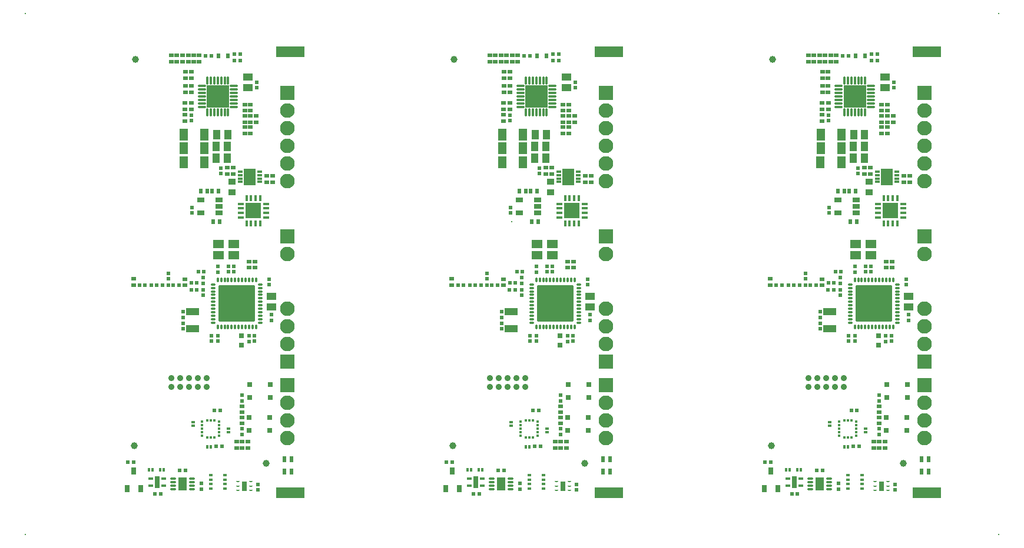
<source format=gts>
G04*
G04 #@! TF.GenerationSoftware,Altium Limited,Altium NEXUS,2.0.14 (187)*
G04*
G04 Layer_Color=8388736*
%FSLAX44Y44*%
%MOMM*%
G71*
G01*
G75*
%ADD10C,0.5000*%
%ADD18R,0.6000X0.8000*%
%ADD35R,0.6500X1.3500*%
G04:AMPARAMS|DCode=36|XSize=0.5mm|YSize=0.25mm|CornerRadius=0.125mm|HoleSize=0mm|Usage=FLASHONLY|Rotation=180.000|XOffset=0mm|YOffset=0mm|HoleType=Round|Shape=RoundedRectangle|*
%AMROUNDEDRECTD36*
21,1,0.5000,0.0000,0,0,180.0*
21,1,0.2500,0.2500,0,0,180.0*
1,1,0.2500,-0.1250,0.0000*
1,1,0.2500,0.1250,0.0000*
1,1,0.2500,0.1250,0.0000*
1,1,0.2500,-0.1250,0.0000*
%
%ADD36ROUNDEDRECTD36*%
%ADD48R,0.5000X0.3500*%
%ADD49R,0.4500X0.3500*%
%ADD50R,0.3500X0.4500*%
%ADD77C,1.0000*%
%ADD78R,0.3820X0.5320*%
%ADD79R,1.1020X0.8020*%
%ADD80R,0.6520X0.5520*%
%ADD81R,0.6220X0.6220*%
%ADD82R,0.6220X0.6220*%
%ADD83R,0.5920X0.6220*%
%ADD84R,0.6220X0.5920*%
%ADD85R,1.4720X1.0720*%
%ADD86R,1.2520X1.7520*%
%ADD87R,1.0520X1.4520*%
%ADD88R,0.5520X0.6520*%
%ADD89R,1.1020X0.8520*%
%ADD90R,1.7520X2.4820*%
%ADD91R,0.8020X0.3520*%
%ADD92R,2.2020X2.2020*%
%ADD93O,0.4020X0.9520*%
%ADD94O,0.9520X0.4020*%
%ADD95R,0.6020X0.9520*%
%ADD96R,0.8020X0.7520*%
%ADD97R,0.5320X0.3820*%
%ADD98R,0.8020X1.1020*%
%ADD99R,1.2020X1.9020*%
%ADD100O,0.9020X0.3520*%
%ADD101R,4.1020X1.6020*%
%ADD102C,0.9020*%
%ADD103R,0.7520X0.8020*%
G04:AMPARAMS|DCode=104|XSize=5.252mm|YSize=5.252mm|CornerRadius=0.1025mm|HoleSize=0mm|Usage=FLASHONLY|Rotation=360.000|XOffset=0mm|YOffset=0mm|HoleType=Round|Shape=RoundedRectangle|*
%AMROUNDEDRECTD104*
21,1,5.2520,5.0470,0,0,360.0*
21,1,5.0470,5.2520,0,0,360.0*
1,1,0.2050,2.5235,-2.5235*
1,1,0.2050,-2.5235,-2.5235*
1,1,0.2050,-2.5235,2.5235*
1,1,0.2050,2.5235,2.5235*
%
%ADD104ROUNDEDRECTD104*%
G04:AMPARAMS|DCode=105|XSize=0.342mm|YSize=0.702mm|CornerRadius=0.1014mm|HoleSize=0mm|Usage=FLASHONLY|Rotation=360.000|XOffset=0mm|YOffset=0mm|HoleType=Round|Shape=RoundedRectangle|*
%AMROUNDEDRECTD105*
21,1,0.3420,0.4992,0,0,360.0*
21,1,0.1392,0.7020,0,0,360.0*
1,1,0.2028,0.0696,-0.2496*
1,1,0.2028,-0.0696,-0.2496*
1,1,0.2028,-0.0696,0.2496*
1,1,0.2028,0.0696,0.2496*
%
%ADD105ROUNDEDRECTD105*%
G04:AMPARAMS|DCode=106|XSize=0.342mm|YSize=0.702mm|CornerRadius=0.1014mm|HoleSize=0mm|Usage=FLASHONLY|Rotation=90.000|XOffset=0mm|YOffset=0mm|HoleType=Round|Shape=RoundedRectangle|*
%AMROUNDEDRECTD106*
21,1,0.3420,0.4992,0,0,90.0*
21,1,0.1392,0.7020,0,0,90.0*
1,1,0.2028,0.2496,0.0696*
1,1,0.2028,0.2496,-0.0696*
1,1,0.2028,-0.2496,-0.0696*
1,1,0.2028,-0.2496,0.0696*
%
%ADD106ROUNDEDRECTD106*%
%ADD107R,0.7020X0.4520*%
%ADD108R,0.7520X1.8020*%
%ADD109R,3.2520X3.2520*%
%ADD110O,1.1520X0.4020*%
%ADD111O,0.4020X1.1520*%
%ADD112R,1.5020X1.2520*%
%ADD113R,1.9020X1.1020*%
%ADD114C,0.2000*%
%ADD115R,0.1020X0.1020*%
%ADD116R,0.1020X0.1020*%
%ADD117R,2.1020X2.1020*%
%ADD118C,2.1020*%
%ADD119C,0.1020*%
%ADD120C,0.6020*%
D10*
X1281500Y123250D02*
D03*
Y115250D02*
D03*
X823500Y123250D02*
D03*
Y115250D02*
D03*
X365500Y123250D02*
D03*
Y115250D02*
D03*
D18*
X1244000Y739000D02*
D03*
X1258000D02*
D03*
X786000D02*
D03*
X800000D02*
D03*
X328000D02*
D03*
X342000D02*
D03*
D35*
X1281500Y119250D02*
D03*
X823500D02*
D03*
X365500D02*
D03*
D36*
X1272000Y112750D02*
D03*
Y119250D02*
D03*
Y125750D02*
D03*
X1291000D02*
D03*
Y119250D02*
D03*
Y112750D02*
D03*
X814000D02*
D03*
Y119250D02*
D03*
Y125750D02*
D03*
X833000D02*
D03*
Y119250D02*
D03*
Y112750D02*
D03*
X356000D02*
D03*
Y119250D02*
D03*
Y125750D02*
D03*
X375000D02*
D03*
Y119250D02*
D03*
Y112750D02*
D03*
D48*
X1232750Y115750D02*
D03*
Y122250D02*
D03*
Y128750D02*
D03*
Y135250D02*
D03*
X1253250D02*
D03*
Y128750D02*
D03*
Y122250D02*
D03*
Y115750D02*
D03*
X774750D02*
D03*
Y122250D02*
D03*
Y128750D02*
D03*
Y135250D02*
D03*
X795250D02*
D03*
Y128750D02*
D03*
Y122250D02*
D03*
Y115750D02*
D03*
X316750D02*
D03*
Y122250D02*
D03*
Y128750D02*
D03*
Y135250D02*
D03*
X337250D02*
D03*
Y128750D02*
D03*
Y122250D02*
D03*
Y115750D02*
D03*
D49*
X1220750Y212000D02*
D03*
Y207000D02*
D03*
Y202000D02*
D03*
Y197000D02*
D03*
Y192000D02*
D03*
X1245250D02*
D03*
Y197000D02*
D03*
Y202000D02*
D03*
Y207000D02*
D03*
Y212000D02*
D03*
X762750D02*
D03*
Y207000D02*
D03*
Y202000D02*
D03*
Y197000D02*
D03*
Y192000D02*
D03*
X787250D02*
D03*
Y197000D02*
D03*
Y202000D02*
D03*
Y207000D02*
D03*
Y212000D02*
D03*
X304750D02*
D03*
Y207000D02*
D03*
Y202000D02*
D03*
Y197000D02*
D03*
Y192000D02*
D03*
X329250D02*
D03*
Y197000D02*
D03*
Y202000D02*
D03*
Y207000D02*
D03*
Y212000D02*
D03*
D50*
X1228000Y189750D02*
D03*
X1233000D02*
D03*
X1238000D02*
D03*
Y214250D02*
D03*
X1233000D02*
D03*
X1228000D02*
D03*
X770000Y189750D02*
D03*
X775000D02*
D03*
X780000D02*
D03*
Y214250D02*
D03*
X775000D02*
D03*
X770000D02*
D03*
X312000Y189750D02*
D03*
X317000D02*
D03*
X322000D02*
D03*
Y214250D02*
D03*
X317000D02*
D03*
X312000D02*
D03*
D77*
X1125000Y734000D02*
D03*
X1122929Y177500D02*
D03*
X1312929Y152500D02*
D03*
X667000Y734000D02*
D03*
X664929Y177500D02*
D03*
X854929Y152500D02*
D03*
X209000Y734000D02*
D03*
X206929Y177500D02*
D03*
X396929Y152500D02*
D03*
D78*
X1165550Y142500D02*
D03*
X1160450D02*
D03*
X1144450Y142750D02*
D03*
X1149550D02*
D03*
X1228200Y176000D02*
D03*
X1233300D02*
D03*
X707550Y142500D02*
D03*
X702450D02*
D03*
X686450Y142750D02*
D03*
X691550D02*
D03*
X770200Y176000D02*
D03*
X775300D02*
D03*
X249550Y142500D02*
D03*
X244450D02*
D03*
X228450Y142750D02*
D03*
X233550D02*
D03*
X312200Y176000D02*
D03*
X317300D02*
D03*
D79*
X1219000Y512750D02*
D03*
Y531750D02*
D03*
X1245000D02*
D03*
Y522250D02*
D03*
Y512750D02*
D03*
X761000Y512750D02*
D03*
Y531750D02*
D03*
X787000D02*
D03*
Y522250D02*
D03*
Y512750D02*
D03*
X303000Y512750D02*
D03*
Y531750D02*
D03*
X329000D02*
D03*
Y522250D02*
D03*
Y512750D02*
D03*
D80*
X1121750Y418000D02*
D03*
Y409000D02*
D03*
X1195750Y417500D02*
D03*
Y408500D02*
D03*
X1204750Y715750D02*
D03*
Y706750D02*
D03*
X1196500Y715750D02*
D03*
Y706750D02*
D03*
X1204750Y686750D02*
D03*
Y695750D02*
D03*
X1196500Y686750D02*
D03*
Y695750D02*
D03*
X1205000Y671000D02*
D03*
Y662000D02*
D03*
X1196000Y671000D02*
D03*
Y662000D02*
D03*
Y654000D02*
D03*
Y645000D02*
D03*
X1176250Y730500D02*
D03*
Y739500D02*
D03*
X1184250Y739500D02*
D03*
Y730500D02*
D03*
X1192250D02*
D03*
Y739500D02*
D03*
X1200500Y739500D02*
D03*
Y730500D02*
D03*
X1208500Y739500D02*
D03*
Y730500D02*
D03*
X1216500Y730500D02*
D03*
Y739500D02*
D03*
X1290000Y659750D02*
D03*
Y668750D02*
D03*
X1281750Y668750D02*
D03*
Y659750D02*
D03*
X1281750Y652474D02*
D03*
Y643474D02*
D03*
X1290000Y643500D02*
D03*
Y652500D02*
D03*
X1298000Y652500D02*
D03*
Y643500D02*
D03*
X1281750Y636250D02*
D03*
Y627250D02*
D03*
X1289750Y636250D02*
D03*
Y627250D02*
D03*
X1256750Y578000D02*
D03*
Y569000D02*
D03*
X1265500Y578000D02*
D03*
Y569000D02*
D03*
X1313250Y557000D02*
D03*
Y566000D02*
D03*
X1322000Y566000D02*
D03*
Y557000D02*
D03*
X1278250Y234500D02*
D03*
Y225500D02*
D03*
Y209500D02*
D03*
Y218500D02*
D03*
X1270250Y183500D02*
D03*
Y174500D02*
D03*
X1278250Y183500D02*
D03*
Y174500D02*
D03*
X1286250Y183500D02*
D03*
Y174500D02*
D03*
X1296663Y433807D02*
D03*
Y442808D02*
D03*
X1288500Y433728D02*
D03*
Y442728D02*
D03*
X663750Y418000D02*
D03*
Y409000D02*
D03*
X737750Y417500D02*
D03*
Y408500D02*
D03*
X746750Y715750D02*
D03*
Y706750D02*
D03*
X738500Y715750D02*
D03*
Y706750D02*
D03*
X746750Y686750D02*
D03*
Y695750D02*
D03*
X738500Y686750D02*
D03*
Y695750D02*
D03*
X747000Y671000D02*
D03*
Y662000D02*
D03*
X738000Y671000D02*
D03*
Y662000D02*
D03*
Y654000D02*
D03*
Y645000D02*
D03*
X718250Y730500D02*
D03*
Y739500D02*
D03*
X726250Y739500D02*
D03*
Y730500D02*
D03*
X734250D02*
D03*
Y739500D02*
D03*
X742500Y739500D02*
D03*
Y730500D02*
D03*
X750500Y739500D02*
D03*
Y730500D02*
D03*
X758500Y730500D02*
D03*
Y739500D02*
D03*
X832000Y659750D02*
D03*
Y668750D02*
D03*
X823750Y668750D02*
D03*
Y659750D02*
D03*
X823750Y652474D02*
D03*
Y643474D02*
D03*
X832000Y643500D02*
D03*
Y652500D02*
D03*
X840000Y652500D02*
D03*
Y643500D02*
D03*
X823750Y636250D02*
D03*
Y627250D02*
D03*
X831750Y636250D02*
D03*
Y627250D02*
D03*
X798750Y578000D02*
D03*
Y569000D02*
D03*
X807500Y578000D02*
D03*
Y569000D02*
D03*
X855250Y557000D02*
D03*
Y566000D02*
D03*
X864000Y566000D02*
D03*
Y557000D02*
D03*
X820250Y234500D02*
D03*
Y225500D02*
D03*
Y209500D02*
D03*
Y218500D02*
D03*
X812250Y183500D02*
D03*
Y174500D02*
D03*
X820250Y183500D02*
D03*
Y174500D02*
D03*
X828250Y183500D02*
D03*
Y174500D02*
D03*
X838663Y433807D02*
D03*
Y442808D02*
D03*
X830500Y433728D02*
D03*
Y442728D02*
D03*
X205750Y418000D02*
D03*
Y409000D02*
D03*
X279750Y417500D02*
D03*
Y408500D02*
D03*
X288750Y715750D02*
D03*
Y706750D02*
D03*
X280500Y715750D02*
D03*
Y706750D02*
D03*
X288750Y686750D02*
D03*
Y695750D02*
D03*
X280500Y686750D02*
D03*
Y695750D02*
D03*
X289000Y671000D02*
D03*
Y662000D02*
D03*
X280000Y671000D02*
D03*
Y662000D02*
D03*
Y654000D02*
D03*
Y645000D02*
D03*
X260250Y730500D02*
D03*
Y739500D02*
D03*
X268250Y739500D02*
D03*
Y730500D02*
D03*
X276250D02*
D03*
Y739500D02*
D03*
X284500Y739500D02*
D03*
Y730500D02*
D03*
X292500Y739500D02*
D03*
Y730500D02*
D03*
X300500Y730500D02*
D03*
Y739500D02*
D03*
X374000Y659750D02*
D03*
Y668750D02*
D03*
X365750Y668750D02*
D03*
Y659750D02*
D03*
X365750Y652474D02*
D03*
Y643474D02*
D03*
X374000Y643500D02*
D03*
Y652500D02*
D03*
X382000Y652500D02*
D03*
Y643500D02*
D03*
X365750Y636250D02*
D03*
Y627250D02*
D03*
X373750Y636250D02*
D03*
Y627250D02*
D03*
X340750Y578000D02*
D03*
Y569000D02*
D03*
X349500Y578000D02*
D03*
Y569000D02*
D03*
X397250Y557000D02*
D03*
Y566000D02*
D03*
X406000Y566000D02*
D03*
Y557000D02*
D03*
X362250Y234500D02*
D03*
Y225500D02*
D03*
Y209500D02*
D03*
Y218500D02*
D03*
X354250Y183500D02*
D03*
Y174500D02*
D03*
X362250Y183500D02*
D03*
Y174500D02*
D03*
X370250Y183500D02*
D03*
Y174500D02*
D03*
X380663Y433807D02*
D03*
Y442808D02*
D03*
X372500Y433728D02*
D03*
Y442728D02*
D03*
D81*
X1130250Y408750D02*
D03*
X1138250D02*
D03*
X1155500Y408750D02*
D03*
X1147500D02*
D03*
X1204850Y412250D02*
D03*
X1212850D02*
D03*
X1223250Y428500D02*
D03*
X1215250D02*
D03*
X1233750Y739000D02*
D03*
X1225750D02*
D03*
X1267250Y741000D02*
D03*
X1275250D02*
D03*
X1267250Y732250D02*
D03*
X1275250D02*
D03*
X1238250Y228500D02*
D03*
X1246250D02*
D03*
X1241000Y176250D02*
D03*
X1249000D02*
D03*
X1114000Y154000D02*
D03*
X1122000D02*
D03*
X1160750Y108250D02*
D03*
X1152750D02*
D03*
X1188500Y142000D02*
D03*
X1196500D02*
D03*
X672250Y408750D02*
D03*
X680250D02*
D03*
X697500Y408750D02*
D03*
X689500D02*
D03*
X746850Y412250D02*
D03*
X754850D02*
D03*
X765250Y428500D02*
D03*
X757250D02*
D03*
X775750Y739000D02*
D03*
X767750D02*
D03*
X809250Y741000D02*
D03*
X817250D02*
D03*
X809250Y732250D02*
D03*
X817250D02*
D03*
X780250Y228500D02*
D03*
X788250D02*
D03*
X783000Y176250D02*
D03*
X791000D02*
D03*
X656000Y154000D02*
D03*
X664000D02*
D03*
X702750Y108250D02*
D03*
X694750D02*
D03*
X730500Y142000D02*
D03*
X738500D02*
D03*
X214250Y408750D02*
D03*
X222250D02*
D03*
X239500Y408750D02*
D03*
X231500D02*
D03*
X288850Y412250D02*
D03*
X296850D02*
D03*
X307250Y428500D02*
D03*
X299250D02*
D03*
X317750Y739000D02*
D03*
X309750D02*
D03*
X351250Y741000D02*
D03*
X359250D02*
D03*
X351250Y732250D02*
D03*
X359250D02*
D03*
X322250Y228500D02*
D03*
X330250D02*
D03*
X325000Y176250D02*
D03*
X333000D02*
D03*
X198000Y154000D02*
D03*
X206000D02*
D03*
X244750Y108250D02*
D03*
X236750D02*
D03*
X272500Y142000D02*
D03*
X280500D02*
D03*
D82*
X1172500Y418000D02*
D03*
Y426000D02*
D03*
X1221750Y402250D02*
D03*
Y394250D02*
D03*
X1205000Y653750D02*
D03*
Y645750D02*
D03*
X1299500Y693000D02*
D03*
Y701000D02*
D03*
X1247750Y569250D02*
D03*
Y577250D02*
D03*
X1205750Y512750D02*
D03*
Y520750D02*
D03*
X1193250Y370500D02*
D03*
Y362500D02*
D03*
Y345750D02*
D03*
Y353750D02*
D03*
X1233750Y336000D02*
D03*
Y328000D02*
D03*
X1243000Y336250D02*
D03*
Y328250D02*
D03*
X1287750Y335750D02*
D03*
Y327750D02*
D03*
X1295913Y335807D02*
D03*
Y327808D02*
D03*
X1278000Y242000D02*
D03*
Y250000D02*
D03*
X1278250Y202000D02*
D03*
Y194000D02*
D03*
X1219500Y123000D02*
D03*
Y115000D02*
D03*
X1301000Y122000D02*
D03*
Y114000D02*
D03*
X1316750Y417250D02*
D03*
Y409250D02*
D03*
X1266250Y435750D02*
D03*
Y427750D02*
D03*
X1320500Y358000D02*
D03*
Y366000D02*
D03*
X1258250Y436000D02*
D03*
Y428000D02*
D03*
X1243000Y435500D02*
D03*
Y427500D02*
D03*
X714500Y418000D02*
D03*
Y426000D02*
D03*
X763750Y402250D02*
D03*
Y394250D02*
D03*
X747000Y653750D02*
D03*
Y645750D02*
D03*
X841500Y693000D02*
D03*
Y701000D02*
D03*
X789750Y569250D02*
D03*
Y577250D02*
D03*
X747750Y512750D02*
D03*
Y520750D02*
D03*
X735250Y370500D02*
D03*
Y362500D02*
D03*
Y345750D02*
D03*
Y353750D02*
D03*
X775750Y336000D02*
D03*
Y328000D02*
D03*
X785000Y336250D02*
D03*
Y328250D02*
D03*
X829750Y335750D02*
D03*
Y327750D02*
D03*
X837913Y335807D02*
D03*
Y327808D02*
D03*
X820000Y242000D02*
D03*
Y250000D02*
D03*
X820250Y202000D02*
D03*
Y194000D02*
D03*
X761500Y123000D02*
D03*
Y115000D02*
D03*
X843000Y122000D02*
D03*
Y114000D02*
D03*
X858750Y417250D02*
D03*
Y409250D02*
D03*
X808250Y435750D02*
D03*
Y427750D02*
D03*
X862500Y358000D02*
D03*
Y366000D02*
D03*
X800250Y436000D02*
D03*
Y428000D02*
D03*
X785000Y435500D02*
D03*
Y427500D02*
D03*
X256500Y418000D02*
D03*
Y426000D02*
D03*
X305750Y402250D02*
D03*
Y394250D02*
D03*
X289000Y653750D02*
D03*
Y645750D02*
D03*
X383500Y693000D02*
D03*
Y701000D02*
D03*
X331750Y569250D02*
D03*
Y577250D02*
D03*
X289750Y512750D02*
D03*
Y520750D02*
D03*
X277250Y370500D02*
D03*
Y362500D02*
D03*
Y345750D02*
D03*
Y353750D02*
D03*
X317750Y336000D02*
D03*
Y328000D02*
D03*
X327000Y336250D02*
D03*
Y328250D02*
D03*
X371750Y335750D02*
D03*
Y327750D02*
D03*
X379913Y335807D02*
D03*
Y327808D02*
D03*
X362000Y242000D02*
D03*
Y250000D02*
D03*
X362250Y202000D02*
D03*
Y194000D02*
D03*
X303500Y123000D02*
D03*
Y115000D02*
D03*
X385000Y122000D02*
D03*
Y114000D02*
D03*
X400750Y417250D02*
D03*
Y409250D02*
D03*
X350250Y435750D02*
D03*
Y427750D02*
D03*
X404500Y358000D02*
D03*
Y366000D02*
D03*
X342250Y436000D02*
D03*
Y428000D02*
D03*
X327000Y435500D02*
D03*
Y427500D02*
D03*
D83*
X1163950Y408750D02*
D03*
X1172050D02*
D03*
X1179200D02*
D03*
X1187300D02*
D03*
X1204700Y401750D02*
D03*
X1212800D02*
D03*
X705950Y408750D02*
D03*
X714050D02*
D03*
X721200D02*
D03*
X729300D02*
D03*
X746700Y401750D02*
D03*
X754800D02*
D03*
X247950Y408750D02*
D03*
X256050D02*
D03*
X263200D02*
D03*
X271300D02*
D03*
X288700Y401750D02*
D03*
X296800D02*
D03*
D84*
X1221750Y419550D02*
D03*
Y411450D02*
D03*
X763750Y419550D02*
D03*
Y411450D02*
D03*
X305750Y419550D02*
D03*
Y411450D02*
D03*
D85*
X1286250Y692800D02*
D03*
Y708200D02*
D03*
X1320500Y392950D02*
D03*
Y377550D02*
D03*
X828250Y692800D02*
D03*
Y708200D02*
D03*
X862500Y392950D02*
D03*
Y377550D02*
D03*
X370250Y692800D02*
D03*
Y708200D02*
D03*
X404500Y392950D02*
D03*
Y377550D02*
D03*
D86*
X1224000Y625500D02*
D03*
X1194000D02*
D03*
X1224000Y605750D02*
D03*
X1194000D02*
D03*
X1223750Y585250D02*
D03*
X1193750D02*
D03*
X766000Y625500D02*
D03*
X736000D02*
D03*
X766000Y605750D02*
D03*
X736000D02*
D03*
X765750Y585250D02*
D03*
X735750D02*
D03*
X308000Y625500D02*
D03*
X278000D02*
D03*
X308000Y605750D02*
D03*
X278000D02*
D03*
X307750Y585250D02*
D03*
X277750D02*
D03*
D87*
X1257250Y625750D02*
D03*
X1241250D02*
D03*
X1257000Y608250D02*
D03*
X1241000D02*
D03*
X1257000Y591250D02*
D03*
X1241000D02*
D03*
X799250Y625750D02*
D03*
X783250D02*
D03*
X799000Y608250D02*
D03*
X783000D02*
D03*
X799000Y591250D02*
D03*
X783000D02*
D03*
X341250Y625750D02*
D03*
X325250D02*
D03*
X341000Y608250D02*
D03*
X325000D02*
D03*
X341000Y591250D02*
D03*
X325000D02*
D03*
D88*
X1227750Y544250D02*
D03*
X1218750D02*
D03*
X1235000Y544500D02*
D03*
X1244000D02*
D03*
X1245750Y500500D02*
D03*
X1236750D02*
D03*
X769750Y544250D02*
D03*
X760750D02*
D03*
X777000Y544500D02*
D03*
X786000D02*
D03*
X787750Y500500D02*
D03*
X778750D02*
D03*
X311750Y544250D02*
D03*
X302750D02*
D03*
X319000Y544500D02*
D03*
X328000D02*
D03*
X329750Y500500D02*
D03*
X320750D02*
D03*
D89*
X1263250Y557250D02*
D03*
Y542750D02*
D03*
X805250Y557250D02*
D03*
Y542750D02*
D03*
X347250Y557250D02*
D03*
Y542750D02*
D03*
D90*
X1289250Y564750D02*
D03*
X831250D02*
D03*
X373250D02*
D03*
D91*
X1275250Y572250D02*
D03*
Y567250D02*
D03*
Y562250D02*
D03*
Y557250D02*
D03*
X1303250Y572250D02*
D03*
Y567250D02*
D03*
Y562250D02*
D03*
Y557250D02*
D03*
X817250Y572250D02*
D03*
Y567250D02*
D03*
Y562250D02*
D03*
Y557250D02*
D03*
X845250Y572250D02*
D03*
Y567250D02*
D03*
Y562250D02*
D03*
Y557250D02*
D03*
X359250Y572250D02*
D03*
Y567250D02*
D03*
Y562250D02*
D03*
Y557250D02*
D03*
X387250Y572250D02*
D03*
Y567250D02*
D03*
Y562250D02*
D03*
Y557250D02*
D03*
D92*
X1294250Y516000D02*
D03*
X836250D02*
D03*
X378250D02*
D03*
D93*
X1304000Y497750D02*
D03*
X1297500D02*
D03*
X1291000D02*
D03*
X1284500D02*
D03*
Y534250D02*
D03*
X1291000D02*
D03*
X1297500D02*
D03*
X1304000D02*
D03*
X846000Y497750D02*
D03*
X839500D02*
D03*
X833000D02*
D03*
X826500D02*
D03*
Y534250D02*
D03*
X833000D02*
D03*
X839500D02*
D03*
X846000D02*
D03*
X388000Y497750D02*
D03*
X381500D02*
D03*
X375000D02*
D03*
X368500D02*
D03*
Y534250D02*
D03*
X375000D02*
D03*
X381500D02*
D03*
X388000D02*
D03*
D94*
X1276000Y506250D02*
D03*
Y512750D02*
D03*
Y519250D02*
D03*
Y525750D02*
D03*
X1312500D02*
D03*
Y519250D02*
D03*
Y512750D02*
D03*
Y506250D02*
D03*
X818000D02*
D03*
Y512750D02*
D03*
Y519250D02*
D03*
Y525750D02*
D03*
X854500D02*
D03*
Y519250D02*
D03*
Y512750D02*
D03*
Y506250D02*
D03*
X360000D02*
D03*
Y512750D02*
D03*
Y519250D02*
D03*
Y525750D02*
D03*
X396500D02*
D03*
Y519250D02*
D03*
Y512750D02*
D03*
Y506250D02*
D03*
D95*
X1339000Y157750D02*
D03*
X1349000D02*
D03*
Y140250D02*
D03*
X1339000D02*
D03*
X881000Y157750D02*
D03*
X891000D02*
D03*
Y140250D02*
D03*
X881000D02*
D03*
X423000Y157750D02*
D03*
X433000D02*
D03*
Y140250D02*
D03*
X423000D02*
D03*
D96*
X1276913Y335558D02*
D03*
Y322057D02*
D03*
X818913Y335558D02*
D03*
Y322057D02*
D03*
X360913Y335558D02*
D03*
Y322057D02*
D03*
D97*
X1207250Y206700D02*
D03*
Y211800D02*
D03*
X1258750Y202050D02*
D03*
Y196950D02*
D03*
X749250Y206700D02*
D03*
Y211800D02*
D03*
X800750Y202050D02*
D03*
Y196950D02*
D03*
X291250Y206700D02*
D03*
Y211800D02*
D03*
X342750Y202050D02*
D03*
Y196950D02*
D03*
D98*
X1122500Y141500D02*
D03*
X1113000Y115500D02*
D03*
X1132000D02*
D03*
X664500Y141500D02*
D03*
X655000Y115500D02*
D03*
X674000D02*
D03*
X206500Y141500D02*
D03*
X197000Y115500D02*
D03*
X216000D02*
D03*
D99*
X1192750Y122250D02*
D03*
X734750D02*
D03*
X276750D02*
D03*
D100*
X1179250Y114750D02*
D03*
Y119750D02*
D03*
Y124750D02*
D03*
Y129750D02*
D03*
X1206250D02*
D03*
Y124750D02*
D03*
Y119750D02*
D03*
Y114750D02*
D03*
X721250D02*
D03*
Y119750D02*
D03*
Y124750D02*
D03*
Y129750D02*
D03*
X748250D02*
D03*
Y124750D02*
D03*
Y119750D02*
D03*
Y114750D02*
D03*
X263250D02*
D03*
Y119750D02*
D03*
Y124750D02*
D03*
Y129750D02*
D03*
X290250D02*
D03*
Y124750D02*
D03*
Y119750D02*
D03*
Y114750D02*
D03*
D101*
X1347000Y110000D02*
D03*
Y745000D02*
D03*
X889000Y110000D02*
D03*
Y745000D02*
D03*
X431000Y110000D02*
D03*
Y745000D02*
D03*
D102*
X1214550Y274690D02*
D03*
X1227250Y261990D02*
D03*
X1214550D02*
D03*
X1227250Y274690D02*
D03*
X1201900D02*
D03*
X1176500Y261990D02*
D03*
Y274690D02*
D03*
X1189200Y261990D02*
D03*
X1201900D02*
D03*
X1189200Y274690D02*
D03*
X756550D02*
D03*
X769250Y261990D02*
D03*
X756550D02*
D03*
X769250Y274690D02*
D03*
X743900D02*
D03*
X718500Y261990D02*
D03*
Y274690D02*
D03*
X731200Y261990D02*
D03*
X743900D02*
D03*
X731200Y274690D02*
D03*
X298550D02*
D03*
X311250Y261990D02*
D03*
X298550D02*
D03*
X311250Y274690D02*
D03*
X285900D02*
D03*
X260500Y261990D02*
D03*
Y274690D02*
D03*
X273200Y261990D02*
D03*
X285900D02*
D03*
X273200Y274690D02*
D03*
D103*
X1289000Y265750D02*
D03*
X1318500D02*
D03*
X1289000Y246750D02*
D03*
X1318500D02*
D03*
X1288000Y218500D02*
D03*
X1317500D02*
D03*
X1288000Y199500D02*
D03*
X1317500D02*
D03*
X831000Y265750D02*
D03*
X860500D02*
D03*
X831000Y246750D02*
D03*
X860500D02*
D03*
X830000Y218500D02*
D03*
X859500D02*
D03*
X830000Y199500D02*
D03*
X859500D02*
D03*
X373000Y265750D02*
D03*
X402500D02*
D03*
X373000Y246750D02*
D03*
X402500D02*
D03*
X372000Y218500D02*
D03*
X401500D02*
D03*
X372000Y199500D02*
D03*
X401500D02*
D03*
D104*
X1270500Y382250D02*
D03*
X812500D02*
D03*
X354500D02*
D03*
D105*
X1243000Y416250D02*
D03*
X1248000D02*
D03*
X1253000D02*
D03*
X1258000D02*
D03*
X1263000D02*
D03*
X1268000D02*
D03*
X1273000D02*
D03*
X1278000D02*
D03*
X1283000D02*
D03*
X1288000D02*
D03*
X1293000D02*
D03*
X1298000D02*
D03*
Y348250D02*
D03*
X1293000D02*
D03*
X1288000D02*
D03*
X1283000D02*
D03*
X1278000D02*
D03*
X1273000D02*
D03*
X1268000D02*
D03*
X1263000D02*
D03*
X1258000D02*
D03*
X1253000D02*
D03*
X1248000D02*
D03*
X1243000D02*
D03*
X785000Y416250D02*
D03*
X790000D02*
D03*
X795000D02*
D03*
X800000D02*
D03*
X805000D02*
D03*
X810000D02*
D03*
X815000D02*
D03*
X820000D02*
D03*
X825000D02*
D03*
X830000D02*
D03*
X835000D02*
D03*
X840000D02*
D03*
Y348250D02*
D03*
X835000D02*
D03*
X830000D02*
D03*
X825000D02*
D03*
X820000D02*
D03*
X815000D02*
D03*
X810000D02*
D03*
X805000D02*
D03*
X800000D02*
D03*
X795000D02*
D03*
X790000D02*
D03*
X785000D02*
D03*
X327000Y416250D02*
D03*
X332000D02*
D03*
X337000D02*
D03*
X342000D02*
D03*
X347000D02*
D03*
X352000D02*
D03*
X357000D02*
D03*
X362000D02*
D03*
X367000D02*
D03*
X372000D02*
D03*
X377000D02*
D03*
X382000D02*
D03*
Y348250D02*
D03*
X377000D02*
D03*
X372000D02*
D03*
X367000D02*
D03*
X362000D02*
D03*
X357000D02*
D03*
X352000D02*
D03*
X347000D02*
D03*
X342000D02*
D03*
X337000D02*
D03*
X332000D02*
D03*
X327000D02*
D03*
D106*
X1304500Y409750D02*
D03*
Y404750D02*
D03*
Y399750D02*
D03*
Y394750D02*
D03*
Y389750D02*
D03*
Y384750D02*
D03*
Y379750D02*
D03*
Y374750D02*
D03*
Y369750D02*
D03*
Y364750D02*
D03*
Y359750D02*
D03*
Y354750D02*
D03*
X1236500D02*
D03*
Y359750D02*
D03*
Y364750D02*
D03*
Y369750D02*
D03*
Y374750D02*
D03*
Y379750D02*
D03*
Y384750D02*
D03*
Y389750D02*
D03*
Y394750D02*
D03*
Y399750D02*
D03*
Y404750D02*
D03*
Y409750D02*
D03*
X846500D02*
D03*
Y404750D02*
D03*
Y399750D02*
D03*
Y394750D02*
D03*
Y389750D02*
D03*
Y384750D02*
D03*
Y379750D02*
D03*
Y374750D02*
D03*
Y369750D02*
D03*
Y364750D02*
D03*
Y359750D02*
D03*
Y354750D02*
D03*
X778500D02*
D03*
Y359750D02*
D03*
Y364750D02*
D03*
Y369750D02*
D03*
Y374750D02*
D03*
Y379750D02*
D03*
Y384750D02*
D03*
Y389750D02*
D03*
Y394750D02*
D03*
Y399750D02*
D03*
Y404750D02*
D03*
Y409750D02*
D03*
X388500D02*
D03*
Y404750D02*
D03*
Y399750D02*
D03*
Y394750D02*
D03*
Y389750D02*
D03*
Y384750D02*
D03*
Y379750D02*
D03*
Y374750D02*
D03*
Y369750D02*
D03*
Y364750D02*
D03*
Y359750D02*
D03*
Y354750D02*
D03*
X320500D02*
D03*
Y359750D02*
D03*
Y364750D02*
D03*
Y369750D02*
D03*
Y374750D02*
D03*
Y379750D02*
D03*
Y384750D02*
D03*
Y389750D02*
D03*
Y394750D02*
D03*
Y399750D02*
D03*
Y404750D02*
D03*
Y409750D02*
D03*
D107*
X1165000Y119750D02*
D03*
Y129750D02*
D03*
X1147000D02*
D03*
Y119750D02*
D03*
X707000D02*
D03*
Y129750D02*
D03*
X689000D02*
D03*
Y119750D02*
D03*
X249000D02*
D03*
Y129750D02*
D03*
X231000D02*
D03*
Y119750D02*
D03*
D108*
X1156000Y124750D02*
D03*
X698000D02*
D03*
X240000D02*
D03*
D109*
X1243000Y680500D02*
D03*
X785000D02*
D03*
X327000D02*
D03*
D110*
X1266000Y695500D02*
D03*
Y690500D02*
D03*
Y685500D02*
D03*
Y680500D02*
D03*
Y675500D02*
D03*
Y670500D02*
D03*
Y665500D02*
D03*
X1220000D02*
D03*
Y670500D02*
D03*
Y675500D02*
D03*
Y680500D02*
D03*
Y685500D02*
D03*
Y690500D02*
D03*
Y695500D02*
D03*
X808000D02*
D03*
Y690500D02*
D03*
Y685500D02*
D03*
Y680500D02*
D03*
Y675500D02*
D03*
Y670500D02*
D03*
Y665500D02*
D03*
X762000D02*
D03*
Y670500D02*
D03*
Y675500D02*
D03*
Y680500D02*
D03*
Y685500D02*
D03*
Y690500D02*
D03*
Y695500D02*
D03*
X350000D02*
D03*
Y690500D02*
D03*
Y685500D02*
D03*
Y680500D02*
D03*
Y675500D02*
D03*
Y670500D02*
D03*
Y665500D02*
D03*
X304000D02*
D03*
Y670500D02*
D03*
Y675500D02*
D03*
Y680500D02*
D03*
Y685500D02*
D03*
Y690500D02*
D03*
Y695500D02*
D03*
D111*
X1258000Y657500D02*
D03*
X1253000D02*
D03*
X1248000D02*
D03*
X1243000D02*
D03*
X1238000D02*
D03*
X1233000D02*
D03*
X1228000D02*
D03*
Y703500D02*
D03*
X1233000D02*
D03*
X1238000D02*
D03*
X1243000D02*
D03*
X1248000D02*
D03*
X1253000D02*
D03*
X1258000D02*
D03*
X800000Y657500D02*
D03*
X795000D02*
D03*
X790000D02*
D03*
X785000D02*
D03*
X780000D02*
D03*
X775000D02*
D03*
X770000D02*
D03*
Y703500D02*
D03*
X775000D02*
D03*
X780000D02*
D03*
X785000D02*
D03*
X790000D02*
D03*
X795000D02*
D03*
X800000D02*
D03*
X342000Y657500D02*
D03*
X337000D02*
D03*
X332000D02*
D03*
X327000D02*
D03*
X322000D02*
D03*
X317000D02*
D03*
X312000D02*
D03*
Y703500D02*
D03*
X317000D02*
D03*
X322000D02*
D03*
X327000D02*
D03*
X332000D02*
D03*
X337000D02*
D03*
X342000D02*
D03*
D112*
X1244413Y467557D02*
D03*
X1266413D02*
D03*
Y451558D02*
D03*
X1244413D02*
D03*
X786413Y467557D02*
D03*
X808413D02*
D03*
Y451558D02*
D03*
X786413D02*
D03*
X328413Y467557D02*
D03*
X350413D02*
D03*
Y451558D02*
D03*
X328413D02*
D03*
D113*
X1207000Y345750D02*
D03*
Y370750D02*
D03*
X749000Y345750D02*
D03*
Y370750D02*
D03*
X291000Y345750D02*
D03*
Y370750D02*
D03*
D114*
X1450000Y800000D02*
D03*
X50000Y50000D02*
D03*
X1450000D02*
D03*
X750000Y500000D02*
D03*
X50000Y800000D02*
D03*
D115*
X1299000Y755000D02*
D03*
X1307000D02*
D03*
X1315000Y755000D02*
D03*
X1299000Y100000D02*
D03*
X1307000D02*
D03*
X1315000Y100000D02*
D03*
X841000Y755000D02*
D03*
X849000D02*
D03*
X857000Y755000D02*
D03*
X841000Y100000D02*
D03*
X849000D02*
D03*
X857000Y100000D02*
D03*
X383000Y755000D02*
D03*
X391000D02*
D03*
X399000Y755000D02*
D03*
X383000Y100000D02*
D03*
X391000D02*
D03*
X399000Y100000D02*
D03*
D116*
X1017000Y689000D02*
D03*
Y697000D02*
D03*
X1017000Y705000D02*
D03*
Y150000D02*
D03*
X1017000Y158000D02*
D03*
Y166000D02*
D03*
X559000Y689000D02*
D03*
Y697000D02*
D03*
X559000Y705000D02*
D03*
Y150000D02*
D03*
X559000Y158000D02*
D03*
Y166000D02*
D03*
X101000Y689000D02*
D03*
Y697000D02*
D03*
X101000Y705000D02*
D03*
Y150000D02*
D03*
X101000Y158000D02*
D03*
Y166000D02*
D03*
D117*
X1343000Y478900D02*
D03*
X1343500Y298400D02*
D03*
Y264400D02*
D03*
Y685900D02*
D03*
X885000Y478900D02*
D03*
X885500Y298400D02*
D03*
Y264400D02*
D03*
Y685900D02*
D03*
X427000Y478900D02*
D03*
X427500Y298400D02*
D03*
Y264400D02*
D03*
Y685900D02*
D03*
D118*
X1343000Y453500D02*
D03*
X1343500Y374600D02*
D03*
Y349200D02*
D03*
Y323800D02*
D03*
Y188200D02*
D03*
Y213600D02*
D03*
Y239000D02*
D03*
Y558900D02*
D03*
Y660500D02*
D03*
Y635100D02*
D03*
Y609700D02*
D03*
Y584300D02*
D03*
X885000Y453500D02*
D03*
X885500Y374600D02*
D03*
Y349200D02*
D03*
Y323800D02*
D03*
Y188200D02*
D03*
Y213600D02*
D03*
Y239000D02*
D03*
Y558900D02*
D03*
Y660500D02*
D03*
Y635100D02*
D03*
Y609700D02*
D03*
Y584300D02*
D03*
X427000Y453500D02*
D03*
X427500Y374600D02*
D03*
Y349200D02*
D03*
Y323800D02*
D03*
Y188200D02*
D03*
Y213600D02*
D03*
Y239000D02*
D03*
Y558900D02*
D03*
Y660500D02*
D03*
Y635100D02*
D03*
Y609700D02*
D03*
Y584300D02*
D03*
D119*
X1240000Y258180D02*
D03*
Y278500D02*
D03*
X1163800Y268340D02*
D03*
X782000Y258180D02*
D03*
Y278500D02*
D03*
X705800Y268340D02*
D03*
X324000Y258180D02*
D03*
Y278500D02*
D03*
X247800Y268340D02*
D03*
D120*
X1284250Y569750D02*
D03*
X1294250D02*
D03*
X1284250Y559750D02*
D03*
X1294250D02*
D03*
X1288750Y521500D02*
D03*
X1299750D02*
D03*
X1288750Y510500D02*
D03*
X1299750D02*
D03*
X1278535Y359000D02*
D03*
X1262465D02*
D03*
X1293750Y374215D02*
D03*
X1278535D02*
D03*
X1262465D02*
D03*
X1247250D02*
D03*
X1293750Y390285D02*
D03*
X1278535D02*
D03*
X1262465D02*
D03*
X1247250D02*
D03*
X1278535Y405500D02*
D03*
X1262465D02*
D03*
X1232000Y669500D02*
D03*
Y680500D02*
D03*
Y691500D02*
D03*
X1243000Y669500D02*
D03*
Y680500D02*
D03*
Y691500D02*
D03*
X1254000Y669500D02*
D03*
Y680500D02*
D03*
Y691500D02*
D03*
X826250Y569750D02*
D03*
X836250D02*
D03*
X826250Y559750D02*
D03*
X836250D02*
D03*
X830750Y521500D02*
D03*
X841750D02*
D03*
X830750Y510500D02*
D03*
X841750D02*
D03*
X820535Y359000D02*
D03*
X804465D02*
D03*
X835750Y374215D02*
D03*
X820535D02*
D03*
X804465D02*
D03*
X789250D02*
D03*
X835750Y390285D02*
D03*
X820535D02*
D03*
X804465D02*
D03*
X789250D02*
D03*
X820535Y405500D02*
D03*
X804465D02*
D03*
X774000Y669500D02*
D03*
Y680500D02*
D03*
Y691500D02*
D03*
X785000Y669500D02*
D03*
Y680500D02*
D03*
Y691500D02*
D03*
X796000Y669500D02*
D03*
Y680500D02*
D03*
Y691500D02*
D03*
X368250Y569750D02*
D03*
X378250D02*
D03*
X368250Y559750D02*
D03*
X378250D02*
D03*
X372750Y521500D02*
D03*
X383750D02*
D03*
X372750Y510500D02*
D03*
X383750D02*
D03*
X362535Y359000D02*
D03*
X346465D02*
D03*
X377750Y374215D02*
D03*
X362535D02*
D03*
X346465D02*
D03*
X331250D02*
D03*
X377750Y390285D02*
D03*
X362535D02*
D03*
X346465D02*
D03*
X331250D02*
D03*
X362535Y405500D02*
D03*
X346465D02*
D03*
X316000Y669500D02*
D03*
Y680500D02*
D03*
Y691500D02*
D03*
X327000Y669500D02*
D03*
Y680500D02*
D03*
Y691500D02*
D03*
X338000Y669500D02*
D03*
Y680500D02*
D03*
Y691500D02*
D03*
M02*

</source>
